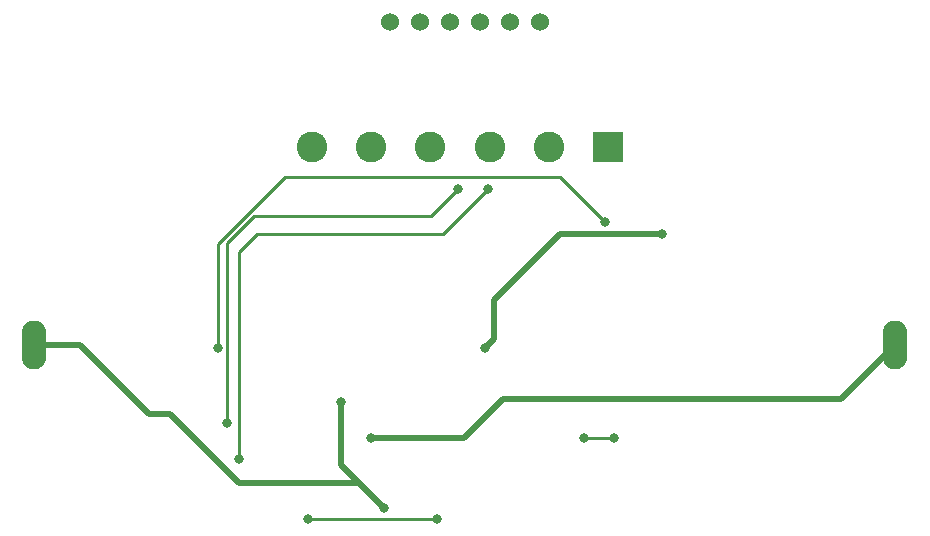
<source format=gbr>
%TF.GenerationSoftware,KiCad,Pcbnew,7.0.9*%
%TF.CreationDate,2024-02-26T23:44:44+01:00*%
%TF.ProjectId,esp32c3,65737033-3263-4332-9e6b-696361645f70,rev?*%
%TF.SameCoordinates,Original*%
%TF.FileFunction,Copper,L2,Bot*%
%TF.FilePolarity,Positive*%
%FSLAX46Y46*%
G04 Gerber Fmt 4.6, Leading zero omitted, Abs format (unit mm)*
G04 Created by KiCad (PCBNEW 7.0.9) date 2024-02-26 23:44:44*
%MOMM*%
%LPD*%
G01*
G04 APERTURE LIST*
%TA.AperFunction,ComponentPad*%
%ADD10R,2.600000X2.600000*%
%TD*%
%TA.AperFunction,ComponentPad*%
%ADD11C,2.600000*%
%TD*%
%TA.AperFunction,ComponentPad*%
%ADD12O,2.070000X4.140000*%
%TD*%
%TA.AperFunction,ComponentPad*%
%ADD13C,1.524000*%
%TD*%
%TA.AperFunction,ViaPad*%
%ADD14C,0.800000*%
%TD*%
%TA.AperFunction,Conductor*%
%ADD15C,0.500000*%
%TD*%
%TA.AperFunction,Conductor*%
%ADD16C,0.250000*%
%TD*%
G04 APERTURE END LIST*
D10*
%TO.P,J1,1,Pin_1*%
%TO.N,Net-(J1-Pin_1)*%
X165354000Y-58928000D03*
D11*
%TO.P,J1,2,Pin_2*%
%TO.N,Net-(J1-Pin_2)*%
X160354000Y-58928000D03*
%TO.P,J1,3,Pin_3*%
%TO.N,Net-(J1-Pin_3)*%
X155354000Y-58928000D03*
%TO.P,J1,4,Pin_4*%
%TO.N,Net-(J1-Pin_4)*%
X150354000Y-58928000D03*
%TO.P,J1,5,Pin_5*%
%TO.N,unconnected-(J1-Pin_5-Pad5)*%
X145354000Y-58928000D03*
%TO.P,J1,6,Pin_6*%
%TO.N,Net-(J1-Pin_1)*%
X140354000Y-58928000D03*
%TD*%
D12*
%TO.P,BT1,+*%
%TO.N,Net-(BT1-Pad+)*%
X189716000Y-75692000D03*
%TO.P,BT1,-*%
%TO.N,Net-(BT1-Pad-)*%
X116816000Y-75692000D03*
%TD*%
D13*
%TO.P,U1,1,VCC*%
%TO.N,unconnected-(U1-VCC-Pad1)*%
X159639000Y-48387000D03*
%TO.P,U1,2,GND*%
%TO.N,unconnected-(U1-GND-Pad2)*%
X157099000Y-48387000D03*
%TO.P,U1,3,SCL*%
%TO.N,unconnected-(U1-SCL-Pad3)*%
X154559000Y-48387000D03*
%TO.P,U1,4,SDA*%
%TO.N,unconnected-(U1-SDA-Pad4)*%
X152019000Y-48387000D03*
%TO.P,U1,5,CSB*%
%TO.N,unconnected-(U1-CSB-Pad5)*%
X149479000Y-48387000D03*
%TO.P,U1,6,SDO*%
%TO.N,unconnected-(U1-SDO-Pad6)*%
X146939000Y-48387000D03*
%TD*%
D14*
%TO.N,Net-(J1-Pin_2)*%
X169926000Y-66294000D03*
X154940000Y-75946000D03*
%TO.N,Net-(J1-Pin_3)*%
X134112000Y-85344000D03*
X155194000Y-62484000D03*
%TO.N,Net-(J1-Pin_4)*%
X152654000Y-62484000D03*
X133096000Y-82296000D03*
%TO.N,Net-(U2-PA02_A0_D0)*%
X150876000Y-90424000D03*
X139954000Y-90424000D03*
%TO.N,Net-(U2-PA4_A1_D1)*%
X165100000Y-65278000D03*
X132334000Y-75946000D03*
%TO.N,Net-(U2-PA5_A9_D9_MISO)*%
X163322000Y-83566000D03*
X165862000Y-83566000D03*
%TO.N,Net-(BT1-Pad+)*%
X145288000Y-83566000D03*
%TO.N,Net-(BT1-Pad-)*%
X142748000Y-80518000D03*
X146431000Y-89535000D03*
%TD*%
D15*
%TO.N,Net-(J1-Pin_2)*%
X155702000Y-71882000D02*
X161290000Y-66294000D01*
X161290000Y-66294000D02*
X169926000Y-66294000D01*
X155702000Y-75184000D02*
X155702000Y-71882000D01*
X154940000Y-75946000D02*
X155702000Y-75184000D01*
D16*
%TO.N,Net-(J1-Pin_3)*%
X151384000Y-66294000D02*
X135636000Y-66294000D01*
X134112000Y-67818000D02*
X134112000Y-85344000D01*
X155194000Y-62484000D02*
X151384000Y-66294000D01*
X135636000Y-66294000D02*
X134112000Y-67818000D01*
%TO.N,Net-(J1-Pin_4)*%
X152654000Y-62484000D02*
X150368000Y-64770000D01*
X135382000Y-64770000D02*
X133096000Y-67056000D01*
X133096000Y-67056000D02*
X133096000Y-82296000D01*
X150368000Y-64770000D02*
X135382000Y-64770000D01*
%TO.N,Net-(U2-PA02_A0_D0)*%
X139954000Y-90424000D02*
X150876000Y-90424000D01*
%TO.N,Net-(U2-PA4_A1_D1)*%
X132334000Y-67181604D02*
X138047604Y-61468000D01*
X138047604Y-61468000D02*
X161290000Y-61468000D01*
X132334000Y-75946000D02*
X132334000Y-67181604D01*
X161290000Y-61468000D02*
X165100000Y-65278000D01*
%TO.N,Net-(U2-PA5_A9_D9_MISO)*%
X163322000Y-83566000D02*
X165862000Y-83566000D01*
D15*
%TO.N,Net-(BT1-Pad+)*%
X156464000Y-80264000D02*
X185144000Y-80264000D01*
X145288000Y-83566000D02*
X153162000Y-83566000D01*
X153162000Y-83566000D02*
X156464000Y-80264000D01*
X185144000Y-80264000D02*
X189716000Y-75692000D01*
%TO.N,Net-(BT1-Pad-)*%
X134112000Y-87376000D02*
X144272000Y-87376000D01*
X126492000Y-81534000D02*
X128270000Y-81534000D01*
X128270000Y-81534000D02*
X134112000Y-87376000D01*
X144399000Y-87503000D02*
X146431000Y-89535000D01*
X116816000Y-75692000D02*
X120650000Y-75692000D01*
X142748000Y-80772000D02*
X142748000Y-80518000D01*
X120650000Y-75692000D02*
X126492000Y-81534000D01*
X142748000Y-85852000D02*
X144399000Y-87503000D01*
X144272000Y-87376000D02*
X144399000Y-87503000D01*
X142748000Y-80772000D02*
X142748000Y-85852000D01*
%TD*%
M02*

</source>
